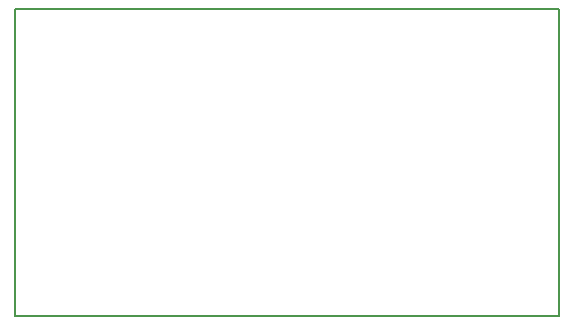
<source format=gbr>
G04 (created by PCBNEW (2013-may-18)-stable) date Вт 14 июн 2016 11:11:36*
%MOIN*%
G04 Gerber Fmt 3.4, Leading zero omitted, Abs format*
%FSLAX34Y34*%
G01*
G70*
G90*
G04 APERTURE LIST*
%ADD10C,0.00590551*%
G04 APERTURE END LIST*
G54D10*
X24700Y-18100D02*
X24700Y-28350D01*
X42850Y-18100D02*
X24700Y-18100D01*
X42850Y-28350D02*
X42850Y-18100D01*
X24700Y-28350D02*
X42850Y-28350D01*
M02*

</source>
